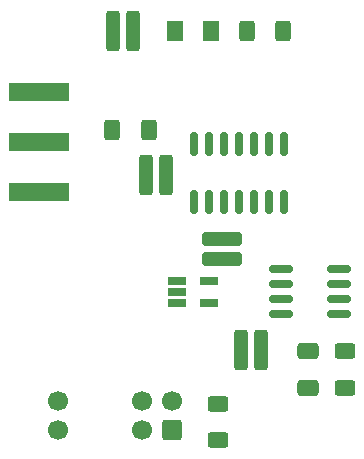
<source format=gts>
%TF.GenerationSoftware,KiCad,Pcbnew,6.0.2-378541a8eb~116~ubuntu20.04.1*%
%TF.CreationDate,2022-02-28T14:07:21-06:00*%
%TF.ProjectId,propagation_delay_led_pulser,70726f70-6167-4617-9469-6f6e5f64656c,1.0*%
%TF.SameCoordinates,Original*%
%TF.FileFunction,Soldermask,Top*%
%TF.FilePolarity,Negative*%
%FSLAX46Y46*%
G04 Gerber Fmt 4.6, Leading zero omitted, Abs format (unit mm)*
G04 Created by KiCad (PCBNEW 6.0.2-378541a8eb~116~ubuntu20.04.1) date 2022-02-28 14:07:21*
%MOMM*%
%LPD*%
G01*
G04 APERTURE LIST*
G04 Aperture macros list*
%AMRoundRect*
0 Rectangle with rounded corners*
0 $1 Rounding radius*
0 $2 $3 $4 $5 $6 $7 $8 $9 X,Y pos of 4 corners*
0 Add a 4 corners polygon primitive as box body*
4,1,4,$2,$3,$4,$5,$6,$7,$8,$9,$2,$3,0*
0 Add four circle primitives for the rounded corners*
1,1,$1+$1,$2,$3*
1,1,$1+$1,$4,$5*
1,1,$1+$1,$6,$7*
1,1,$1+$1,$8,$9*
0 Add four rect primitives between the rounded corners*
20,1,$1+$1,$2,$3,$4,$5,0*
20,1,$1+$1,$4,$5,$6,$7,0*
20,1,$1+$1,$6,$7,$8,$9,0*
20,1,$1+$1,$8,$9,$2,$3,0*%
G04 Aperture macros list end*
%ADD10RoundRect,0.250000X0.337500X1.450000X-0.337500X1.450000X-0.337500X-1.450000X0.337500X-1.450000X0*%
%ADD11RoundRect,0.250000X-0.625000X0.400000X-0.625000X-0.400000X0.625000X-0.400000X0.625000X0.400000X0*%
%ADD12R,1.560000X0.650000*%
%ADD13RoundRect,0.250000X-0.650000X0.412500X-0.650000X-0.412500X0.650000X-0.412500X0.650000X0.412500X0*%
%ADD14RoundRect,0.250000X1.450000X-0.337500X1.450000X0.337500X-1.450000X0.337500X-1.450000X-0.337500X0*%
%ADD15RoundRect,0.150000X0.825000X0.150000X-0.825000X0.150000X-0.825000X-0.150000X0.825000X-0.150000X0*%
%ADD16RoundRect,0.250000X0.400000X0.625000X-0.400000X0.625000X-0.400000X-0.625000X0.400000X-0.625000X0*%
%ADD17C,1.700000*%
%ADD18RoundRect,0.250000X0.600000X0.600000X-0.600000X0.600000X-0.600000X-0.600000X0.600000X-0.600000X0*%
%ADD19RoundRect,0.150000X0.150000X-0.825000X0.150000X0.825000X-0.150000X0.825000X-0.150000X-0.825000X0*%
%ADD20RoundRect,0.250001X-0.462499X-0.624999X0.462499X-0.624999X0.462499X0.624999X-0.462499X0.624999X0*%
%ADD21R,5.080000X1.500000*%
G04 APERTURE END LIST*
D10*
%TO.C,C5*%
X218247500Y-78712000D03*
X216572500Y-78712000D03*
%TD*%
%TO.C,C6*%
X207409989Y-51712009D03*
X205734989Y-51712009D03*
%TD*%
D11*
%TO.C,C1*%
X214627000Y-83254000D03*
X214627000Y-86354000D03*
%TD*%
D12*
%TO.C,U3*%
X211159989Y-72862009D03*
X211159989Y-73812009D03*
X211159989Y-74762009D03*
X213859989Y-74762009D03*
X213859989Y-72862009D03*
%TD*%
D13*
%TO.C,C2*%
X222246989Y-78799509D03*
X222246989Y-81924509D03*
%TD*%
D14*
%TO.C,C4*%
X215009989Y-70987009D03*
X215009989Y-69312009D03*
%TD*%
D15*
%TO.C,U2*%
X224884989Y-75617009D03*
X224884989Y-74347009D03*
X224884989Y-73077009D03*
X224884989Y-71807009D03*
X219934989Y-71807009D03*
X219934989Y-73077009D03*
X219934989Y-74347009D03*
X219934989Y-75617009D03*
%TD*%
D16*
%TO.C,R2*%
X208809989Y-60062009D03*
X205709989Y-60062009D03*
%TD*%
D17*
%TO.C,J1*%
X201070000Y-85492000D03*
X201070000Y-82992000D03*
D18*
X210750000Y-85492000D03*
D17*
X210750000Y-82992000D03*
X208250000Y-85492000D03*
X208250000Y-82992000D03*
%TD*%
D11*
%TO.C,R1*%
X225409989Y-78812009D03*
X225409989Y-81912009D03*
%TD*%
D10*
%TO.C,C3*%
X210259989Y-63862009D03*
X208584989Y-63862009D03*
%TD*%
D19*
%TO.C,U1*%
X212599989Y-66187009D03*
X213869989Y-66187009D03*
X215139989Y-66187009D03*
X216409989Y-66187009D03*
X217679989Y-66187009D03*
X218949989Y-66187009D03*
X220219989Y-66187009D03*
X220219989Y-61237009D03*
X218949989Y-61237009D03*
X217679989Y-61237009D03*
X216409989Y-61237009D03*
X215139989Y-61237009D03*
X213869989Y-61237009D03*
X212599989Y-61237009D03*
%TD*%
D20*
%TO.C,D1*%
X211036989Y-51712009D03*
X214011989Y-51712009D03*
%TD*%
D16*
%TO.C,R3*%
X220159989Y-51712009D03*
X217059989Y-51712009D03*
%TD*%
D21*
%TO.C,J2*%
X199459989Y-61112009D03*
X199459989Y-65362009D03*
X199459989Y-56862009D03*
%TD*%
M02*

</source>
